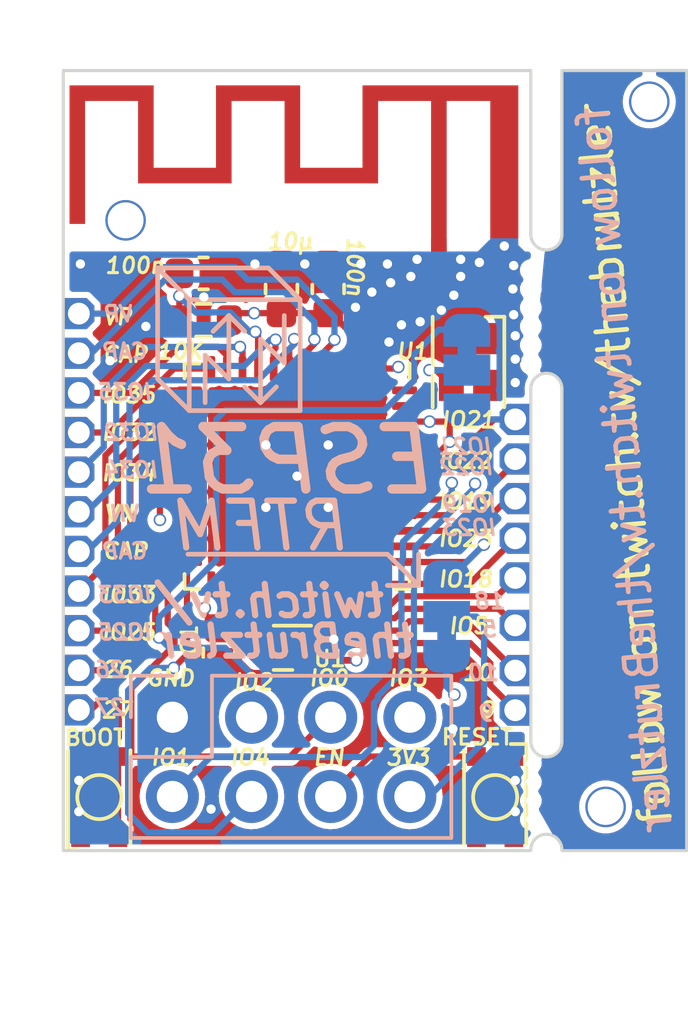
<source format=kicad_pcb>
(kicad_pcb (version 20211014) (generator pcbnew)
  (layers (0 "F.Cu" signal) (1 "In1.Cu" signal) (2 "In2.Cu" signal) (31 "B.Cu" signal) (34 "B.Paste" user) (35 "F.Paste" user) (36 "B.SilkS" user "B.Silkscreen") (37 "F.SilkS" user "F.Silkscreen") (38 "B.Mask" user) (39 "F.Mask" user) (44 "Edge.Cuts" user))
  (net 0 "")
  (net 1 "GND")
  (net 2 "Net-(AE1-Pad1)")
  (net 3 "/EN")
  (net 4 "+3V3")
  (net 5 "/IO1")
  (net 6 "/IO2")
  (net 7 "/IO4")
  (net 8 "/IO0")
  (net 9 "/IO3")
  (net 10 "Net-(C1-Pad2)")
  (net 17 "/SENS_VN")
  (net 18 "/SENS_VP")
  (net 19 "/CAPP")
  (net 20 "/CAPN")
  (net 21 "/IO5")
  (net 22 "/IO9")
  (net 23 "/IO10")
  (net 24 "/IO18")
  (net 25 "/IO19")
  (net 26 "/IO21")
  (net 27 "/IO22")
  (net 28 "/IO23")
  (net 29 "/IO25")
  (net 30 "/IO26")
  (net 31 "/IO27")
  (net 32 "/IO32")
  (net 33 "/IO33")
  (net 34 "/IO34")
  (net 35 "/IO35")
  (net 46 "VIN")
  (net 47 "unconnected-(U1-Pad5)")
  (net 48 "Net-(D1-Pad3)")
  (footprint "Eigene:CON_1x01" (layer "F.Cu") (at 118.5 106.68 180)
    (fp_text reference "J8" hide)
    (fp_text value "Conn_01x01" hide)
  )
  (footprint "Eigene:CON_1x01" (layer "F.Cu") (at 118.5 107.78 180)
    (fp_text reference "J5" hide)
    (fp_text value "Conn_01x01" hide)
  )
  (footprint "Eigene:CON_1x01" (layer "F.Cu") (at 118.5 101.18 180)
    (fp_text reference "J10" hide)
    (fp_text value "Conn_01x01" hide)
  )
  (footprint "Eigene:CON_1x01" (layer "F.Cu") (at 118.5 109.23 180)
    (fp_text reference "J7" hide)
    (fp_text value "Conn_01x01" hide)
  )
  (footprint "Eigene:CON_1x01" (layer "F.Cu") (at 104.5 102.87)
    (fp_text reference "J18" hide)
    (fp_text value "Conn_01x01" hide)
  )
  (footprint "Eigene:CON_1x01" (layer "F.Cu") (at 118.5 103.72 180)
    (fp_text reference "J9" hide)
    (fp_text value "Conn_01x01" hide)
  )
  (footprint "TheBrutzlers_Lib:DFN-6-1EP_1.2x1.2mm_P0.4mm_EP0.3x0.94mm_PullBack" (layer "F.Cu") (at 111.35 108.5 180)
    (fp_text reference "U1")
    (fp_text value "MIC5528")
  )
  (footprint "Capacitor_SMD:C_0603_1608Metric" (layer "F.Cu") (at 108.5 96.5)
    (fp_text reference "C2" hide)
    (fp_text value "100n" hide)
  )
  (footprint "Eigene:CON_1x01" (layer "F.Cu") (at 118.5 110.5 180)
    (fp_text reference "J6" hide)
    (fp_text value "Conn_01x01" hide)
  )
  (footprint "Eigene:CON_1x01" (layer "F.Cu") (at 118.5 104.99 180)
    (fp_text reference "J12" hide)
    (fp_text value "Conn_01x01" hide)
  )
  (footprint "Eigene:CON_1x01" (layer "F.Cu") (at 104.5 100.33)
    (fp_text reference "J19" hide)
    (fp_text value "Conn_01x01" hide)
  )
  (footprint "TheBrutzlers_Lib:jlc_tooling" (layer "F.Cu") (at 106 94.8)
    (fp_text reference "REF**" hide)
    (fp_text value "jlc_tooling")
  )
  (footprint "TheBrutzlers_Lib:mousebite" (layer "F.Cu") (at 119 99.4)
    (fp_text reference "REF**" hide)
    (fp_text value "mousebite" hide)
  )
  (footprint "" (layer "F.Cu") (at 119 112.2)
    (fp_text reference "")
    (fp_text value "")
  )
  (footprint "Eigene:CON_1x01" (layer "F.Cu") (at 104.5 107.95)
    (fp_text reference "J13" hide)
    (fp_text value "Conn_01x01" hide)
  )
  (footprint "Capacitor_SMD:C_0603_1608Metric" (layer "F.Cu") (at 111 97 -90)
    (fp_text reference "C3" hide)
    (fp_text value "10µ" hide)
  )
  (footprint "Capacitor_SMD:C_0603_1608Metric" (layer "F.Cu") (at 109 108.65 90)
    (fp_text reference "C1")
    (fp_text value "100n")
  )
  (footprint "" (layer "F.Cu") (at 122.8 91)
    (fp_text reference "")
    (fp_text value "")
  )
  (footprint "Capacitor_SMD:C_0603_1608Metric" (layer "F.Cu") (at 112.5 97 -90)
    (fp_text reference "C4" hide)
    (fp_text value "100n" hide)
  )
  (footprint "" (layer "F.Cu") (at 119 98.8)
    (fp_text reference "")
    (fp_text value "")
  )
  (footprint "Eigene:CON_1x01" (layer "F.Cu") (at 104.5 110.49)
    (fp_text reference "J15" hide)
    (fp_text value "Conn_01x01" hide)
  )
  (footprint "Eigene:CON_1x01" (layer "F.Cu") (at 104.5 106.68)
    (fp_text reference "J17" hide)
    (fp_text value "Conn_01x01" hide)
  )
  (footprint "Eigene:CON_1x01" (layer "F.Cu") (at 104.5 109.22)
    (fp_text reference "J14" hide)
    (fp_text value "Conn_01x01" hide)
  )
  (footprint "Eigene:CON_1x01" (layer "F.Cu") (at 118.5 106.26 180)
    (fp_text reference "J8" hide)
    (fp_text value "Conn_01x01" hide)
  )
  (footprint "" (layer "F.Cu") (at 119 96.4)
    (fp_text reference "")
    (fp_text value "")
  )
  (footprint "Package_DFN_QFN:QFN-48-1EP_7x7mm_P0.5mm_EP5.3x5.3mm" (layer "F.Cu") (at 111.5 103 -90)
    (fp_text reference "U2" hide)
    (fp_text value "ESP32-PICO-D4" hide)
  )
  (footprint "RF_Antenna:Texas_SWRA117D_2.4GHz_Left" (layer "F.Cu") (at 116.05 95.625)
    (fp_text reference "AE1" hide)
    (fp_text value "Antenna_Shield" hide)
  )
  (footprint "Eigene:CON_1x01" (layer "F.Cu") (at 104.5 105.41)
    (fp_text reference "J3" hide)
    (fp_text value "Conn_01x01" hide)
  )
  (footprint "Eigene:CON_1x01" (layer "F.Cu") (at 104.5 104.14)
    (fp_text reference "J4" hide)
    (fp_text value "Conn_01x01" hide)
  )
  (footprint "Eigene:CON_1x01" (layer "F.Cu") (at 118.5 102.45 180)
    (fp_text reference "J11" hide)
    (fp_text value "Conn_01x01" hide)
  )
  (footprint "Resistor_SMD:R_0603_1608Metric" (layer "F.Cu") (at 108.5 98 180)
    (fp_text reference "R1" hide)
    (fp_text value "10K" hide)
  )
  (footprint "" (layer "F.Cu") (at 121.4 113.6)
    (fp_text reference "")
    (fp_text value "")
  )
  (footprint "TheBrutzlers_Lib:microswitch" (layer "F.Cu") (at 117.856 113.284 -90)
    (fp_text reference "SW1" hide)
    (fp_text value "SW_Push")
  )
  (footprint "" (layer "F.Cu") (at 119 113.4)
    (fp_text reference "")
    (fp_text value "")
  )
  (footprint "TheBrutzlers_Lib:microswitch" (layer "F.Cu") (at 105.156 113.284 90)
    (fp_text reference "SW2" hide)
    (fp_text value "SW_Push")
  )
  (footprint "" (layer "F.Cu") (at 119 98.2)
    (fp_text reference "")
    (fp_text value "")
  )
  (footprint "Eigene:CON_1x01" (layer "F.Cu") (at 118.5 105.41 180)
    (fp_text reference "J9" hide)
    (fp_text value "Conn_01x01" hide)
  )
  (footprint "Eigene:CON_1x01" (layer "F.Cu") (at 104.5 97.79)
    (fp_text reference "J1" hide)
    (fp_text value "Conn_01x01" hide)
  )
  (footprint "" (layer "F.Cu") (at 119 97)
    (fp_text reference "")
    (fp_text value "")
  )
  (footprint "Eigene:CON_1x01" (layer "F.Cu") (at 104.5 101.6)
    (fp_text reference "J16" hide)
    (fp_text value "Conn_01x01" hide)
  )
  (footprint "" (layer "F.Cu") (at 119 98.6)
    (fp_text reference "")
    (fp_text value "")
  )
  (footprint "" (layer "F.Cu") (at 119 97.6)
    (fp_text reference "")
    (fp_text value "")
  )
  (footprint "LED_SMD:LED_Cree-PLCC4_2x2mm_CW" (layer "F.Cu") (at 117 99.34 -90)
    (fp_text reference "D1" hide)
    (fp_text value "WS2812B_Geaendertes_Symbol")
  )
  (footprint "Eigene:CON_1x01" (layer "F.Cu") (at 104.5 99.06)
    (fp_text reference "J2" hide)
    (fp_text value "Conn_01x01" hide)
  )
  (footprint "" (layer "F.Cu") (at 119 112.8)
    (fp_text reference "")
    (fp_text value "")
  )
  (footprint "" (layer "F.Cu") (at 119 114)
    (fp_text reference "")
    (fp_text value "")
  )
  (footprint "Jumper:SolderJumper-3_P1.3mm_Bridged12_RoundedPad1.0x1.5mm" (layer "B.Cu") (at 116.95 99.6 -90)
    (fp_text reference "JP2" hide)
    (fp_text value "SolderJumper_3_Bridged12")
  )
  (footprint "Eigene:Symbol_kurzschlussblog" (layer "B.Cu") (at 111.5985 100.8985 180)
    (fp_text reference "SM3" hide)
    (fp_text value "SYM_Arrow45_Tiny" hide)
  )
  (footprint "Connector_PinHeader_2.54mm:PinHeader_2x04_P2.54mm_Vertical" (layer "B.Cu") (at 107.5 110.725 -90)
    (fp_text reference "J20" hide)
    (fp_text value "Conn_02x04_Odd_Even")
  )
  (footprint "Jumper:SolderJumper-3_P1.3mm_Bridged12_RoundedPad1.0x1.5mm" (layer "B.Cu") (at 116.3 107.5 90)
    (fp_text reference "JP1" hide)
    (fp_text value "SolderJumper_3_Bridged12")
  )
  (gr_line (start 115.4 106.5) (end 115.4 105.5) (layer "B.SilkS") (width 0.15))
  (gr_line (start 115.4 106.5) (end 114.4 106.5) (layer "B.SilkS") (width 0.15))
  (gr_line (start 114.4 106.5) (end 115.4 106.5) (layer "B.SilkS") (width 0.15))
  (gr_line (start 114.4 105.5) (end 108 105.5) (layer "B.SilkS") (width 0.15))
  (gr_line (start 115.4 106.5) (end 114.4 105.5) (layer "B.SilkS") (width 0.15))
  (gr_line (start 119 115) (end 104 115) (layer "Edge.Cuts") (width 0.1))
  (gr_line (start 120 90) (end 120 95.25) (layer "Edge.Cuts") (width 0.1))
  (gr_line (start 120 115) (end 120 114.975) (layer "Edge.Cuts") (width 0.1))
  (gr_line (start 119 95.25) (end 119 90) (layer "Edge.Cuts") (width 0.1))
  (gr_arc (start 119 114.975) (mid 119.5 114.475) (end 120 114.975) (layer "Edge.Cuts") (width 0.1))
  (gr_arc (start 120 111.5) (mid 119.5 112) (end 119 111.5) (layer "Edge.Cuts") (width 0.1))
  (gr_line (start 120 100.2) (end 120 111.5) (layer "Edge.Cuts") (width 0.1))
  (gr_arc (start 119 100.2) (mid 119.5 99.7) (end 120 100.2) (layer "Edge.Cuts") (width 0.1))
  (gr_line (start 104 90) (end 119 90) (layer "Edge.Cuts") (width 0.1))
  (gr_line (start 104 115) (end 104 90) (layer "Edge.Cuts") (width 0.1))
  (gr_arc (start 120 95.25) (mid 119.5 95.75) (end 119 95.25) (layer "Edge.Cuts") (width 0.1))
  (gr_line (start 124 90) (end 124 115) (layer "Edge.Cuts") (width 0.1))
  (gr_line (start 120 90) (end 124 90) (layer "Edge.Cuts") (width 0.1))
  (gr_line (start 124 115) (end 120 115) (layer "Edge.Cuts") (width 0.1))
  (gr_line (start 119 114.975) (end 119 115) (layer "Edge.Cuts") (width 0.1))
  (gr_line (start 119 111.5) (end 119 100.2) (layer "Edge.Cuts") (width 0.1))
  (gr_text "CAP\n" (at 106 99) (layer "B.SilkS") (effects (font (size 0.5 0.5) (thickness 0.1) italic) (justify mirror)))
  (gr_text "IO25" (at 106 108) (layer "B.SilkS") (effects (font (size 0.5 0.5) (thickness 0.1) italic) (justify mirror)))
  (gr_text "9\n" (at 117.6 110.6) (layer "B.SilkS") (effects (font (size 0.5 0.5) (thickness 0.1) italic) (justify mirror)))
  (gr_text "CAP" (at 106 105.4) (layer "B.SilkS") (effects (font (size 0.5 0.5) (thickness 0.1) italic) (justify mirror)))
  (gr_text "IO35" (at 106 100.3) (layer "B.SilkS") (effects (font (size 0.5 0.5) (thickness 0.1) italic) (justify mirror)))
  (gr_text "ESP31" (at 111.2 102.5) (layer "B.SilkS") (effects (font (size 2 2) (thickness 0.3) italic) (justify mirror)))
  (gr_text "theBrutzler" (at 111.2 108.3) (layer "B.SilkS") (effects (font (size 1 1) (thickness 0.2) italic) (justify mirror)))
  (gr_text "18" (at 117.7 107) (layer "B.SilkS") (effects (font (size 0.5 0.5) (thickness 0.1) italic) (justify mirror)))
  (gr_text "IO32" (at 106.2 101.6) (layer "B.SilkS") (effects (font (size 0.5 0.5) (thickness 0.1) italic) (justify mirror)))
  (gr_text "IO34" (at 106.2 102.8) (layer "B.SilkS") (effects (font (size 0.5 0.5) (thickness 0.1) italic) (justify mirror)))
  (gr_text "10" (at 117.5 109.3) (layer "B.SilkS") (effects (font (size 0.5 0.5) (thickness 0.1) italic) (justify mirror)))
  (gr_text "VP\n" (at 105.8 97.8) (layer "B.SilkS") (effects (font (size 0.5 0.5) (thickness 0.1) italic) (justify mirror)))
  (gr_text "RTFM" (at 110.4 104.6) (layer "B.SilkS") (effects (font (size 1.5 1.5) (thickness 0.2) italic) (justify mirror)))
  (gr_text "twitch.tv/" (at 110.7 107) (layer "B.SilkS") (effects (font (size 1 1) (thickness 0.2) italic) (justify mirror)))
  (gr_text "26" (at 105.52 109.2) (layer "B.SilkS") (effects (font (size 0.5 0.5) (thickness 0.1) italic) (justify mirror)))
  (gr_text "27" (at 105.53 110.41) (layer "B.SilkS") (effects (font (size 0.5 0.5) (thickness 0.1) italic) (justify mirror)))
  (gr_text "5\n" (at 117.7 107.9) (layer "B.SilkS") (effects (font (size 0.5 0.5) (thickness 0.1) italic) (justify mirror)))
  (gr_text "IO21" (at 116.9 102.05) (layer "B.SilkS") (effects (font (size 0.5 0.5) (thickness 0.1) italic) (justify mirror)))
  (gr_text "IO19" (at 117.05 103.9) (layer "B.SilkS") (effects (font (size 0.5 0.5) (thickness 0.1) italic) (justify mirror)))
  (gr_text "follow on twitch.tv/theBrutzler" (at 122 102.8 95) (layer "B.SilkS") (effects (font (size 1 1)) (justify mirror)))
  (gr_text "IO23" (at 117.05 104.65) (layer "B.SilkS") (effects (font (size 0.5 0.5) (thickness 0.1) italic) (justify mirror)))
  (gr_text "IO22" (at 116.95 102.7) (layer "B.SilkS") (effects (font (size 0.5 0.5) (thickness 0.1) italic) (justify mirror)))
  (gr_text "VN" (at 106 104.2) (layer "B.SilkS") (effects (font (size 0.5 0.5) (thickness 0.1) italic) (justify mirror)))
  (gr_text "IO33" (at 106 106.8) (layer "B.SilkS") (effects (font (size 0.5 0.5) (thickness 0.1) italic) (justify mirror)))
  (gr_text "26" (at 105.75 109.2) (layer "F.SilkS") (effects (font (size 0.5 0.5) (thickness 0.1) italic)))
  (gr_text "RESET" (at 117.28 111.36) (layer "F.SilkS") (effects (font (size 0.5 0.5) (thickness 0.1))))
  (gr_text "IO32" (at 106.1 101.6) (layer "F.SilkS") (effects (font (size 0.5 0.5) (thickness 0.1) italic)))
  (gr_text "IO19" (at 116.9 103.8) (layer "F.SilkS") (effects (font (size 0.5 0.5) (thickness 0.1) italic)))
  (gr_text "GND" (at 107.442 109.474) (layer "F.SilkS") (effects (font (size 0.5 0.5) (thickness 0.1) italic)))
  (gr_text "27" (at 105.725 110.5) (layer "F.SilkS") (effects (font (size 0.5 0.5) (thickness 0.1) italic)))
  (gr_text "CAP" (at 106 105.4) (layer "F.SilkS") (effects (font (size 0.5 0.5) (thickness 0.1) italic)))
  (gr_text "IO22" (at 116.9 102.5) (layer "F.SilkS") (effects (font (size 0.5 0.5) (thickness 0.1) italic)))
  (gr_text "10K" (at 107.75 99) (layer "F.SilkS") (effects (font (size 0.5 0.5) (thickness 0.1) italic)))
  (gr_text "VN" (at 105.8 104.2) (layer "F.SilkS") (effects (font (size 0.5 0.5) (thickness 0.1) italic)))
  (gr_text "CAP\n" (at 106 99.1) (layer "F.SilkS") (effects (font (size 0.5 0.5) (thickness 0.1) italic)))
  (gr_text "IO34" (at 106.1 102.9) (layer "F.SilkS") (effects (font (size 0.5 0.5) (thickness 0.1) italic)))
  (gr_text "IO35" (at 106.1 100.4) (layer "F.SilkS") (effects (font (size 0.5 0.5) (thickness 0.1) italic)))
  (gr_text "U1" (at 115.2 99) (layer "F.SilkS") (effects (font (size 0.5 0.5) (thickness 0.1) italic)))
  (gr_text "3V3" (at 115.062 112.014) (layer "F.SilkS") (effects (font (size 0.5 0.5) (thickness 0.1) italic)))
  (gr_text "IO0" (at 112.522 109.474) (layer "F.SilkS") (effects (font (size 0.5 0.5) (thickness 0.1) italic)))
  (gr_text "IO4\n" (at 109.982 112.014) (layer "F.SilkS") (effects (font (size 0.5 0.5) (thickness 0.1) italic)))
  (gr_text "9" (at 117.6 110.5) (layer "F.SilkS") (effects (font (size 0.5 0.5) (thickness 0.1) italic)))
  (gr_text "IO33" (at 106.1 106.8) (layer "F.SilkS") (effects (font (size 0.5 0.5) (thickness 0.1) italic)))
  (gr_text "IO21" (at 117 101.2) (layer "F.SilkS") (effects (font (size 0.5 0.5) (thickness 0.1) italic)))
  (gr_text "IO25" (at 106.1 108) (layer "F.SilkS") (effects (font (size 0.5 0.5) (thickness 0.1) italic)))
  (gr_text "EN" (at 112.522 112.014) (layer "F.SilkS") (effects (font (size 0.5 0.5) (thickness 0.1) italic)))
  (gr_text "100n" (at 106.3 96.25) (layer "F.SilkS") (effects (font (size 0.5 0.5) (thickness 0.1) italic)))
  (gr_text "follow on twitch.tv/thebrutzler" (at 122 102.6 95) (layer "F.SilkS") (effects (font (size 1 1))))
  (gr_text "IO3" (at 115.062 109.474) (layer "F.SilkS") (effects (font (size 0.5 0.5) (thickness 0.1) italic)))
  (gr_text "BOOT" (at 105.025 111.375) (layer "F.SilkS") (effects (font (size 0.5 0.5) (thickness 0.1))))
  (gr_text "IO5" (at 117 107.8) (layer "F.SilkS") (effects (font (size 0.5 0.5) (thickness 0.1) italic)))
  (gr_text "IO18" (at 116.9 106.3) (layer "F.SilkS") (effects (font (size 0.5 0.5) (thickness 0.1) italic)))
  (gr_text "IO23" (at 116.9 105) (layer "F.SilkS") (effects (font (size 0.5 0.5) (thickness 0.1) italic)))
  (gr_text "IO1" (at 107.442 112.014) (layer "F.SilkS") (effects (font (size 0.5 0.5) (thickness 0.1) italic)))
  (gr_text "10µ" (at 111.3 95.47) (layer "F.SilkS") (effects (font (size 0.5 0.5) (thickness 0.1) italic)))
  (gr_text "VP\n" (at 105.75 97.9) (layer "F.SilkS") (effects (font (size 0.5 0.5) (thickness 0.1) italic)))
  (gr_text "10" (at 117.3 109.3) (layer "F.SilkS") (effects (font (size 0.5 0.5) (thickness 0.1) italic)))
  (gr_text "100n" (at 113.36 96.3 270) (layer "F.SilkS") (effects (font (size 0.5 0.5) (thickness 0.1) italic)))
  (gr_text "IO2" (at 110.1 109.6) (layer "F.SilkS") (effects (font (size 0.5 0.5) (thickness 0.1) italic)))
  (segment (start 118.7 95.9) (end 118.425 95.625) (width 0.25) (layer "F.Cu") (net 1))
  (segment (start 118.425 95.625) (end 118.15 95.625) (width 0.25) (layer "F.Cu") (net 1))
  (segment (start 118.15 95.625) (end 118.3472 95.4278) (width 0.25) (layer "F.Cu") (net 1))
  (segment (start 118.15 95.625) (end 117.975 95.625) (width 0.25) (layer "F.Cu") (net 1))
  (segment (start 118.7 96) (end 118.7 95.9) (width 0.25) (layer "F.Cu") (net 1))
  (segment (start 117.5 95.9) (end 117.6 96) (width 0.25) (layer "F.Cu") (net 1))
  (segment (start 112.556401 108.1) (end 112.681885 108.225484) (width 0.2) (layer "F.Cu") (net 1))
  (segment (start 111.825 108.1) (end 112.556401 108.1) (width 0.2) (layer "F.Cu") (net 1))
  (segment (start 118.15 95.625) (end 118.15 95.65) (width 0.25) (layer "F.Cu") (net 1))
  (segment (start 116.55 98.59) (end 116.55 98.37) (width 0.2) (layer "F.Cu") (net 1))
  (segment (start 117.6 96) (end 118.7 96) (width 0.25) (layer "F.Cu") (net 1))
  (segment (start 117.5 95.8) (end 117.5 95.9) (width 0.25) (layer "F.Cu") (net 1))
  (segment (start 118.15 95.625) (end 118.375 95.625) (width 0.25) (layer "F.Cu") (net 1))
  (segment (start 118.15 95.625) (end 117.675 95.625) (width 0.25) (layer "F.Cu") (net 1))
  (segment (start 117.5 95.8) (end 117.975 95.8) (width 0.25) (layer "F.Cu") (net 1))
  (segment (start 116.55 98.59) (end 116.55 98.44) (width 0.2) (layer "F.Cu") (net 1))
  (segment (start 117.975 95.8) (end 118.15 95.625) (width 0.25) (layer "F.Cu") (net 1))
  (segment (start 117.675 95.625) (end 117.5 95.8) (width 0.25) (layer "F.Cu") (net 1))
  (via (at 117.35 96.15) (size 0.4) (drill 0.3) (layers "F.Cu" "B.Cu") (net 1))
  (via (at 116.13 97.68) (size 0.4) (drill 0.3) (layers "F.Cu" "B.Cu") (net 1))
  (via (at 105.5 99.3) (size 0.4) (drill 0.3) (layers "F.Cu" "B.Cu") (net 1))
  (via (at 113.9 97.1) (size 0.4) (drill 0.3) (layers "F.Cu" "B.Cu") (net 1))
  (via (at 104.55 96.2) (size 0.4) (drill 0.3) (layers "F.Cu" "B.Cu") (net 1))
  (via (at 112.681885 108.225484) (size 0.4) (drill 0.3) (layers "F.Cu" "B.Cu") (net 1))
  (via (at 113.55 96.2) (size 0.4) (drill 0.3) (layers "F.Cu" "B.Cu") (net 1))
  (via (at 114.85 98.15) (size 0.4) (drill 0.3) (layers "F.Cu" "B.Cu") (net 1))
  (via (at 118.5 98.5) (size 0.4) (drill 0.3) (layers "F.Cu" "B.Cu") (net 1))
  (via (at 116.53 97.2) (size 0.4) (drill 0.3) (layers "F.Cu" "B.Cu") (net 1))
  (via (at 116.75 96.05) (size 0.4) (drill 0.3) (layers "F.Cu" "B.Cu") (net 1))
  (via (at 111.5 103) (size 0.4) (drill 0.3) (layers "F.Cu" "B.Cu") (net 1))
  (via (at 106.65 98.2) (size 0.4) (drill 0.3) (layers "F.Cu" "B.Cu") (net 1))
  (via (at 108.5088 97.2566) (size 0.4) (drill 0.3) (layers "F.Cu" "B.Cu") (net 1))
  (via (at 116.5 111.1) (size 0.4) (drill 0.3) (layers "F.Cu" "B.Cu") (net 1))
  (via (at 104.5 113.75) (size 0.4) (drill 0.3) (layers "F.Cu" "B.Cu") (net 1))
  (via (at 110.5 102) (size 0.4) (drill 0.3) (layers "F.Cu" "B.Cu") (net 1))
  (via (at 108.74 113.67) (size 0.4) (drill 0.3) (layers "F.Cu" "B.Cu") (net 1))
  (via (at 118.45 97.825) (size 0.4) (drill 0.3) (layers "F.Cu" "B.Cu") (net 1))
  (via (at 118.5 100) (size 0.4) (drill 0.3) (layers "F.Cu" "B.Cu") (net 1))
  (via (at 115.35 96.05) (size 0.4) (drill 0.3) (layers "F.Cu" "B.Cu") (net 1))
  (via (at 116.75 96.6) (size 0.4) (drill 0.3) (layers "F.Cu" "B.Cu") (net 1))
  (via (at 115.15 96.6) (size 0.4) (drill 0.3) (layers "F.Cu" "B.Cu") (net 1))
  (via (at 112.5 102) (size 0.4) (drill 0.3) (layers "F.Cu" "B.Cu") (net 1))
  (via (at 112.5 104) (size 0.4) (drill 0.3) (layers "F.Cu" "B.Cu") (net 1))
  (via (at 118.45 96.25) (size 0.4) (drill 0.3) (layers "F.Cu" "B.Cu") (net 1))
  (via (at 111.75 96.2) (size 0.4) (drill 0.3) (layers "F.Cu" "B.Cu") (net 1))
  (via (at 118.5 99.25) (size 0.4) (drill 0.3) (layers "F.Cu" "B.Cu") (net 1))
  (via (at 114.5032 96.8) (size 0.4) (drill 0.3) (layers "F.Cu" "B.Cu") (net 1))
  (via (at 114.4 96.2) (size 0.4) (drill 0.3) (layers "F.Cu" "B.Cu") (net 1))
  (via (at 113.3745 97.587566) (size 0.4) (drill 0.3) (layers "F.Cu" "B.Cu") (net 1))
  (via (at 110.15 96.2) (size 0.4) (drill 0.3) (layers "F.Cu" "B.Cu") (net 1))
  (via (at 118.5 112.75) (size 0.4) (drill 0.3) (layers "F.Cu" "B.Cu") (net 1))
  (via (at 104.5 112.75) (size 0.4) (drill 0.3) (layers "F.Cu" "B.Cu") (net 1))
  (via (at 118.425 97) (size 0.4) (drill 0.3) (layers "F.Cu" "B.Cu") (net 1))
  (via (at 110.5 104) (size 0.4) (drill 0.3) (layers "F.Cu" "B.Cu") (net 1))
  (via (at 118.5 113.75) (size 0.4) (drill 0.3) (layers "F.Cu" "B.Cu") (net 1))
  (via (at 115.45 98.05) (size 0.4) (drill 0.3) (layers "F.Cu" "B.Cu") (net 1))
  (via (at 114.45 98.7) (size 0.4) (drill 0.3) (layers "F.Cu" "B.Cu") (net 1))
  (segment (start 114.9858 97.409) (end 115.011948 97.409) (width 0.25) (layer "F.Cu") (net 2))
  (segment (start 116.05 96.374625) (end 116.05 95.625) (width 0.5) (layer "F.Cu") (net 2))
  (segment (start 113.75 98.627249) (end 113.75 98.918822) (width 0.5) (layer "F.Cu") (net 2))
  (segment (start 114.0968 97.79) (end 114.118589 97.768211) (width 0.25) (layer "F.Cu") (net 2))
  (segment (start 113.75 99.55) (end 113.75 98.918822) (width 0.35) (layer "F.Cu") (net 2))
  (arc (start 115.011948 97.409) (mid 115.410188 97.329786) (end 115.7478 97.1042) (width 0.5) (layer "F.Cu") (net 2))
  (arc (start 115.7478 97.1042) (mid 115.971461 96.769469) (end 116.05 96.374625) (width 0.5) (layer "F.Cu") (net 2))
  (arc (start 114.118589 97.768211) (mid 114.516468 97.502356) (end 114.9858 97.409) (width 0.5) (layer "F.Cu") (net 2))
  (arc (start 113.75 98.627249) (mid 113.840125 98.174133) (end 114.0968 97.79) (width 0.5) (layer "F.Cu") (net 2))
  (segment (start 110.25 98.461196) (end 110.162095 98.373291) (width 0.2) (layer "F.Cu") (net 3))
  (segment (start 113.821 111.984) (end 112.54 113.265) (width 0.2) (layer "F.Cu") (net 3))
  (segment (start 110.25 99.55) (end 110.25 98.461196) (width 0.2) (layer "F.Cu") (net 3))
  (segment (start 107.725 96.5) (end 107.725 97.95) (width 0.2) (layer "F.Cu") (net 3))
  (segment (start 117.256 111.984) (end 113.821 111.984) (width 0.2) (layer "F.Cu") (net 3))
  (segment (start 117.256 114.584) (end 117.256 111.984) (width 0.2) (layer "F.Cu") (net 3))
  (segment (start 110.25 99.55) (end 110.25 98.665365) (width 0.2) (layer "F.Cu") (net 3))
  (segment (start 107.725 97.95) (end 107.675 98) (width 0.2) (layer "F.Cu") (net 3))
  (via (at 107.725 97.2276) (size 0.4) (drill 0.3) (layers "F.Cu" "B.Cu") (net 3))
  (via (at 110.162095 98.373291) (size 0.4) (drill 0.3) (layers "F.Cu" "B.Cu") (net 3))
  (segment (start 109.983014 98.373291) (end 109.359723 97.75) (width 0.2) (layer "B.Cu") (net 3))
  (segment (start 108.253511 97.756111) (end 107.725 97.2276) (width 0.2) (layer "B.Cu") (net 3))
  (segment (start 110.162095 98.373291) (end 109.983014 98.373291) (width 0.2) (layer "B.Cu") (net 3))
  (segment (start 108.748566 97.756111) (end 108.253511 97.756111) (width 0.2) (layer "B.Cu") (net 3))
  (segment (start 108.754677 97.75) (end 108.748566 97.756111) (width 0.2) (layer "B.Cu") (net 3))
  (segment (start 109.359723 97.75) (end 108.754677 97.75) (width 0.2) (layer "B.Cu") (net 3))
  (segment (start 116.3968 101.3032) (end 116.45 101.25) (width 0.2) (layer "F.Cu") (net 4))
  (segment (start 113.200011 98.385234) (end 112.589777 97.775) (width 0.2) (layer "F.Cu") (net 4))
  (segment (start 114.25 99.55) (end 114.7 99.55) (width 0.2) (layer "F.Cu") (net 4))
  (segment (start 114.95 102.75) (end 115.5436 102.75) (width 0.2) (layer "F.Cu") (net 4))
  (segment (start 112.75 99.55) (end 113.25 99.55) (width 0.2) (layer "F.Cu") (net 4))
  (segment (start 108.05 103.25) (end 107.630954 103.25) (width 0.2) (layer "F.Cu") (net 4))
  (segment (start 117.299511 100.829609) (end 116.87912 101.25) (width 0.2) (layer "F.Cu") (net 4))
  (segment (start 114.95 105.75) (end 116.941402 105.75) (width 0.2) (layer "F.Cu") (net 4))
  (segment (start 116.941402 105.75) (end 117.495701 105.195701) (width 0.2) (layer "F.Cu") (net 4))
  (segment (start 117.7 100.09) (end 117.299511 100.490489) (width 0.2) (layer "F.Cu") (net 4))
  (segment (start 114.7 99.55) (end 114.75 99.5) (width 0.2) (layer "F.Cu") (net 4))
  (segment (start 111.825 108.5) (end 112.25 108.5) (width 0.22) (layer "F.Cu") (net 4))
  (segment (start 115.5436 102.75) (end 116.3968 101.8968) (width 0.2) (layer "F.Cu") (net 4))
  (segment (start 112.5 97.775) (end 111 97.775) (width 0.2) (layer "F.Cu") (net 4))
  (segment (start 112.45 108.7) (end 112.45 108.9) (width 0.22) (layer "F.Cu") (net 4))
  (segment (start 113.200011 99.500011) (end 113.200011 98.385234) (width 0.2) (layer "F.Cu") (net 4))
  (segment (start 113.25 99.55) (end 113.200011 99.500011) (width 0.2) (layer "F.Cu") (net 4))
  (segment (start 112.25 108.5) (end 112.45 108.7) (width 0.22) (layer "F.Cu") (net 4))
  (segment (start 114.95 101.25) (end 115.75 101.25) (width 0.2) (layer "F.Cu") (net 4))
  (segment (start 107.630954 103.25) (end 107.1 103.780954) (width 0.2) (layer "F.Cu") (net 4))
  (segment (start 111.825 108.9) (end 113.4 108.9) (width 0.22) (layer "F.Cu") (net 4))
  (segment (start 116.45 101.25) (end 115.75 101.25) (width 0.2) (layer "F.Cu") (net 4))
  (segment (start 107.1 103.780954) (end 107.1 104.4) (width 0.2) (layer "F.Cu") (net 4))
  (segment (start 110.124 97.775) (end 109.55 97.775) (width 0.2) (layer "F.Cu") (net 4))
  (segment (start 112.589777 97.775) (end 112.5 97.775) (width 0.2) (layer "F.Cu") (net 4))
  (segment (start 116.3968 101.8968) (end 116.3968 101.3032) (width 0.2) (layer "F.Cu") (net 4))
  (segment (start 109.55 97.775) (end 109.325 98) (width 0.2) (layer "F.Cu") (net 4))
  (segment (start 117.299511 100.490489) (end 117.299511 100.829609) (width 0.2) (layer "F.Cu") (net 4))
  (segment (start 116.87912 101.25) (end 116.45 101.25) (width 0.2) (layer "F.Cu") (net 4))
  (segment (start 113.35 108.95) (end 113.4 108.9) (width 0.2) (layer "F.Cu") (net 4))
  (segment (start 111 97.775) (end 110.124 97.775) (width 0.2) (layer "F.Cu") (net 4))
  (via (at 113.4 108.9) (size 0.4) (drill 0.3) (layers "F.Cu" "B.Cu") (net 4))
  (via (at 110.124 97.775) (size 0.4) (drill 0.3) (layers "F.Cu" "B.Cu") (net 4))
  (via (at 114.75 99.5) (size 0.4) (drill 0.3) (layers "F.Cu" "B.Cu") (net 4))
  (via (at 116.3968 101.8968) (size 0.4) (drill 0.3) (layers "F.Cu" "B.Cu") (net 4))
  (via (at 115.75 101.25) (size 0.4) (drill 0.3) (layers "F.Cu" "B.Cu") (net 4))
  (via (at 107.1 104.4) (size 0.4) (drill 0.3) (layers "F.Cu" "B.Cu") (net 4))
  (via (at 117.495701 105.195701) (size 0.4) (drill 0.3) (layers "F.Cu" "B.Cu") (net 4))
  (segment (start 116.491402 106.2) (end 117.495701 105.195701) (width 0.2) (layer "B.Cu") (net 4))
  (segment (start 116.3 106.2) (end 116.491402 106.2) (width 0.2) (layer "B.Cu") (net 4))
  (segment (start 116.252491 103.75) (end 114.95 103.75) (width 0.2) (layer "F.Cu") (net 5))
  (segment (start 116.464297 103.538194) (end 116.252491 103.75) (width 0.2) (layer "F.Cu") (net 5))
  (segment (start 116.464297 103.214297) (end 116.464297 103.538194) (width 0.2) (layer "F.Cu") (net 5))
  (via (at 116.464297 103.214297) (size 0.4) (drill 0.3) (layers "F.Cu" "B.Cu") (net 5))
  (segment (start 114.849832 105.698512) (end 114.9 105.648344) (width 0.2) (layer "B.Cu") (net 5))
  (segment (start 114.9 105.1) (end 116.464297 103.535703) (width 0.2) (layer "B.Cu") (net 5))
  (segment (start 114.849832 109.293892) (end 114.849832 105.698512) (width 0.2) (layer "B.Cu") (net 5))
  (segment (start 113.970489 111.629511) (end 113.970489 110.268788) (width 0.2) (layer "B.Cu") (net 5))
  (segment (start 114.9 105.648344) (end 114.9 105.1) (width 0.2) (layer "B.Cu") (net 5))
  (segment (start 107.46 113.265) (end 108.725 112) (width 0.2) (layer "B.Cu") (net 5))
  (segment (start 108.725 112) (end 113.6 112) (width 0.2) (layer "B.Cu") (net 5))
  (segment (start 116.464297 103.535703) (end 116.464297 103.214297) (width 0.2) (layer "B.Cu") (net 5))
  (segment (start 113.970489 110.268788) (end 114.099511 110.139766) (width 0.2) (layer "B.Cu") (net 5))
  (segment (start 114.099511 110.139766) (end 114.099511 110.044213) (width 0.2) (layer "B.Cu") (net 5))
  (segment (start 114.099511 110.044213) (end 114.849832 109.293892) (width 0.2) (layer "B.Cu") (net 5))
  (segment (start 113.6 112) (end 113.970489 111.629511) (width 0.2) (layer "B.Cu") (net 5))
  (segment (start 107.565948 104.75) (end 108.05 104.75) (width 0.2) (layer "F.Cu") (net 6))
  (segment (start 106.950961 105.364987) (end 107.565948 104.75) (width 0.2) (layer "F.Cu") (net 6))
  (segment (start 106.950961 108.050961) (end 106.950961 105.364987) (width 0.2) (layer "F.Cu") (net 6))
  (segment (start 107.06974 108.16974) (end 106.950961 108.050961) (width 0.2) (layer "F.Cu") (net 6))
  (via (at 107.06974 108.16974) (size 0.4) (drill 0.3) (layers "F.Cu" "B.Cu") (net 6))
  (segment (start 107.06974 107.53026) (end 108.91 105.69) (width 0.2) (layer "B.Cu") (net 6))
  (segment (start 108.91 105.69) (end 108.91 101.18) (width 0.2) (layer "B.Cu") (net 6))
  (segment (start 109.21 100.88) (end 114.3088 100.88) (width 0.2) (layer "B.Cu") (net 6))
  (segment (start 114.3088 100.88) (end 115.25 99.9388) (width 0.2) (layer "B.Cu") (net 6))
  (segment (start 107.06974 108.16974) (end 107.06974 107.53026) (width 0.2) (layer "B.Cu") (net 6))
  (segment (start 107.06974 108.16974) (end 107.4 108.5) (width 0.2) (layer "B.Cu") (net 6))
  (segment (start 115.25 99.9388) (end 115.25 99.1) (width 0.2) (layer "B.Cu") (net 6))
  (segment (start 108.91 101.18) (end 109.21 100.88) (width 0.2) (layer "B.Cu") (net 6))
  (segment (start 110.04 109.350723) (end 110.04 110.725) (width 0.2) (layer "B.Cu") (net 6))
  (segment (start 109.189277 108.5) (end 110.04 109.350723) (width 0.2) (layer "B.Cu") (net 6))
  (segment (start 107.4 108.5) (end 109.189277 108.5) (width 0.2) (layer "B.Cu") (net 6))
  (segment (start 116.05 98.3) (end 116.95 98.3) (width 0.2) (layer "B.Cu") (net 6))
  (segment (start 115.25 99.1) (end 116.05 98.3) (width 0.2) (layer "B.Cu") (net 6))
  (segment (start 107.968771 105.831229) (end 108.05 105.75) (width 0.2) (layer "F.Cu") (net 7))
  (segment (start 107.968771 108.716386) (end 107.968771 105.831229) (width 0.2) (layer "F.Cu") (net 7))
  (segment (start 107.542579 109.142578) (end 107.968771 108.716386) (width 0.2) (layer "F.Cu") (net 7))
  (via (at 107.542579 109.142578) (size 0.4) (drill 0.3) (layers "F.Cu" "B.Cu") (net 7))
  (segment (start 106.08 113.8) (end 106.694511 114.414511) (width 0.2) (layer "B.Cu") (net 7))
  (segment (start 106.694511 114.414511) (end 108.850489 114.414511) (width 0.2) (layer "B.Cu") (net 7))
  (segment (start 106.08 109.86588) (end 106.08 113.8) (width 0.2) (layer "B.Cu") (net 7))
  (segment (start 107.542579 109.142578) (end 106.803302 109.142578) (width 0.2) (layer "B.Cu") (net 7))
  (segment (start 108.850489 114.414511) (end 110 113.265) (width 0.2) (layer "B.Cu") (net 7))
  (segment (start 106.803302 109.142578) (end 106.08 109.86588) (width 0.2) (layer "B.Cu") (net 7))
  (segment (start 106.184 109.794757) (end 106.184 111.984) (width 0.2) (layer "F.Cu") (net 8))
  (segment (start 112.54 110.725) (end 111.281 111.984) (width 0.2) (layer "F.Cu") (net 8))
  (segment (start 107.569251 108.409506) (end 106.184 109.794757) (width 0.2) (layer "F.Cu") (net 8))
  (segment (start 106.184 111.984) (end 105.756 111.984) (width 0.2) (layer "F.Cu") (net 8))
  (segment (start 107.350481 105.530473) (end 107.350481 107.711204) (width 0.2) (layer "F.Cu") (net 8))
  (segment (start 111.281 111.984) (end 106.184 111.984) (width 0.2) (layer "F.Cu") (net 8))
  (segment (start 105.756 114.584) (end 105.756 111.984) (width 0.2) (layer "F.Cu") (net 8))
  (segment (start 107.630954 105.25) (end 107.350481 105.530473) (width 0.2) (layer "F.Cu") (net 8))
  (segment (start 107.350481 107.711204) (end 107.569251 107.929974) (width 0.2) (layer "F.Cu") (net 8))
  (segment (start 107.569251 107.929974) (end 107.569251 108.409506) (width 0.2) (layer "F.Cu") (net 8))
  (segment (start 108.05 105.25) (end 107.630954 105.25) (width 0.2) (layer "F.Cu") (net 8))
  (segment (start 117.211935 103.241894) (end 117.211935 103.355562) (width 0.2) (layer "F.Cu") (net 9))
  (segment (start 116.317497 104.25) (end 114.95 104.25) (width 0.2) (layer "F.Cu") (net 9))
  (segment (start 117.211935 103.355562) (end 116.317497 104.25) (width 0.2) (layer "F.Cu") (net 9))
  (via (at 117.211935 103.241894) (size 0.4) (drill 0.3) (layers "F.Cu" "B.Cu") (net 9))
  (segment (start 115.249352 105.863998) (end 115.249352 110.555648) (width 0.2) (layer "B.Cu") (net 9))
  (segment (start 115.3 105.265006) (end 115.3 105.81335) (width 0.2) (layer "B.Cu") (net 9))
  (segment (start 117.211935 103.353071) (end 115.3 105.265006) (width 0.2) (layer "B.Cu") (net 9))
  (segment (start 115.3 105.81335) (end 115.249352 105.863998) (width 0.2) (layer "B.Cu") (net 9))
  (segment (start 115.249352 110.555648) (end 115.08 110.725) (width 0.2) (layer "B.Cu") (net 9))
  (segment (start 117.211935 103.241894) (end 117.211935 103.353071) (width 0.2) (layer "B.Cu") (net 9))
  (segment (start 108.541403 107.225792) (end 108.541403 107.416403) (width 0.2) (layer "F.Cu") (net 10))
  (segment (start 109.85 107.95) (end 109.075 107.95) (width 0.22) (layer "F.Cu") (net 10))
  (segment (start 110 108.1) (end 109.85 107.95) (width 0.22) (layer "F.Cu") (net 10))
  (segment (start 110 108.1) (end 110 108.71498) (width 0.22) (layer "F.Cu") (net 10))
  (segment (start 110 108.71498) (end 110.18502 108.9) (width 0.22) (layer "F.Cu") (net 10))
  (segment (start 110.23502 108.1) (end 110.3 108.1) (width 0.2) (layer "F.Cu") (net 10))
  (segment (start 110.875 108.1) (end 110.3 108.1) (width 0.2) (layer "F.Cu") (net 10))
  (segment (start 110.3 108.1) (end 110 108.1) (width 0.2) (layer "F.Cu") (net 10))
  (segment (start 110.000499 108.715479) (end 110.000499 108.334521) (width 0.2) (layer "F.Cu") (net 10))
  (segment (start 110.875 108.1) (end 110 108.1) (width 0.22) (layer "F.Cu") (net 10))
  (segment (start 108.541403 107.416403) (end 109 107.875) (width 0.2) (layer "F.Cu") (net 10))
  (segment (start 110.875 108.9) (end 110.18502 108.9) (width 0.22) (layer "F.Cu") (net 10))
  (segment (start 110.18502 108.9) (end 110.000499 108.715479) (width 0.2) (layer "F.Cu") (net 10))
  (segment (start 109.075 107.95) (end 109 107.875) (width 0.2) (layer "F.Cu") (net 10))
  (via (at 108.541403 107.225792) (size 0.4) (drill 0.3) (layers "F.Cu" "B.Cu") (net 10))
  (via (at 116.55 110) (size 0.4) (drill 0.3) (layers "F.Cu" "B.Cu") (net 10))
  (segment (start 116.3 109.75) (end 116.55 110) (width 0.2) (layer "B.Cu") (net 10))
  (segment (start 116.3 108.8) (end 116.3 109.75) (width 0.2) (layer "B.Cu") (net 10))
  (segment (start 110.808929 98.62587) (end 110.808929 98.897645) (width 0.2) (layer "F.Cu") (net 17))
  (segment (start 110.808929 98.897645) (end 110.75 98.956574) (width 0.2) (layer "F.Cu") (net 17))
  (segment (start 110.75 98.956574) (end 110.75 99.55) (width 0.2) (layer "F.Cu") (net 17))
  (via (at 110.808929 98.62587) (size 0.4) (drill 0.3) (layers "F.Cu" "B.Cu") (net 17))
  (segment (start 106.658201 99.466799) (end 105.69904 100.42596) (width 0.2) (layer "B.Cu") (net 17))
  (segment (start 105.69904 103.20096) (end 104.76 104.14) (width 0.2) (layer "B.Cu") (net 17))
  (segment (start 110.808929 98.62587) (end 110.640929 98.62587) (width 0.2) (layer "B.Cu") (net 17))
  (segment (start 104.76 104.14) (end 104.5 104.14) (width 0.2) (layer "B.Cu") (net 17))
  (segment (start 109.8 99.466799) (end 106.658201 99.466799) (width 0.2) (layer "B.Cu") (net 17))
  (segment (start 105.69904 100.42596) (end 105.69904 103.20096) (width 0.2) (layer "B.Cu") (net 17))
  (segment (start 110.640929 98.62587) (end 109.8 99.466799) (width 0.2) (layer "B.Cu") (net 17))
  (segment (start 112.7005 98.625) (end 112.7005 98.680454) (width 0.2) (layer "F.Cu") (net 18))
  (segment (start 112.7005 98.680454) (end 112.25 99.130954) (width 0.2) (layer "F.Cu") (net 18))
  (segment (start 112.25 99.130954) (end 112.25 99.55) (width 0.2) (layer "F.Cu") (net 18))
  (via (at 112.7005 98.625) (size 0.4) (drill 0.3) (layers "F.Cu" "B.Cu") (net 18))
  (segment (start 111.499511 96.699511) (end 110.199511 96.699511) (width 0.2) (layer "B.Cu") (net 18))
  (segment (start 105.61 97.79) (end 104.5 97.79) (width 0.2) (layer "B.Cu") (net 18))
  (segment (start 107.1 96.3) (end 105.61 97.79) (width 0.2) (layer "B.Cu") (net 18))
  (segment (start 109.510723 96.3) (end 107.1 96.3) (width 0.2) (layer "B.Cu") (net 18))
  (segment (start 112.7005 98.625) (end 112.7005 97.9005) (width 0.2) (layer "B.Cu") (net 18))
  (segment (start 110.199511 96.699511) (end 109.910234 96.699511) (width 0.2) (layer "B.Cu") (net 18))
  (segment (start 109.910234 96.699511) (end 109.510723 96.3) (width 0.2) (layer "B.Cu") (net 18))
  (segment (start 112.7005 97.9005) (end 111.499511 96.699511) (width 0.2) (layer "B.Cu") (net 18))
  (segment (start 110.325511 96.699511) (end 110.199511 96.699511) (width 0.2) (layer "B.Cu") (net 18))
  (segment (start 111.75 99.065948) (end 111.75 99.55) (width 0.2) (layer "F.Cu") (net 19))
  (segment (start 112.057502 98.758446) (end 111.75 99.065948) (width 0.2) (layer "F.Cu") (net 19))
  (segment (start 112.057502 98.617052) (end 112.057502 98.758446) (width 0.2) (layer "F.Cu") (net 19))
  (via (at 112.057502 98.617052) (size 0.4) (drill 0.3) (layers "F.Cu" "B.Cu") (net 19))
  (segment (start 109.49903 97.09903) (end 109.09952 96.69952) (width 0.2) (layer "B.Cu") (net 19))
  (segment (start 111.099031 97.099031) (end 109.49903 97.09903) (width 0.2) (layer "B.Cu") (net 19))
  (segment (start 107.265486 96.69952) (end 104.905006 99.06) (width 0.2) (layer "B.Cu") (net 19))
  (segment (start 104.905006 99.06) (end 104.5 99.06) (width 0.2) (layer "B.Cu") (net 19))
  (segment (start 109.09952 96.69952) (end 107.265486 96.69952) (width 0.2) (layer "B.Cu") (net 19))
  (segment (start 112.057502 98.617052) (end 112.057502 98.057502) (width 0.2) (layer "B.Cu") (net 19))
  (segment (start 112.057502 98.057502) (end 111.099031 97.099031) (width 0.2) (layer "B.Cu") (net 19))
  (segment (start 111.408098 98.772132) (end 111.25 98.93023) (width 0.2) (layer "F.Cu") (net 20))
  (segment (start 111.408098 98.605879) (end 111.408098 98.772132) (width 0.2) (layer "F.Cu") (net 20))
  (segment (start 111.25 98.93023) (end 111.25 99.55) (width 0.2) (layer "F.Cu") (net 20))
  (via (at 111.408098 98.605879) (size 0.4) (drill 0.3) (layers "F.Cu" "B.Cu") (net 20))
  (segment (start 104.765 105.41) (end 106.125 104.05) (width 0.2) (layer "B.Cu") (net 20))
  (segment (start 106.125 104.05) (end 106.125 100.675) (width 0.2) (layer "B.Cu") (net 20))
  (segment (start 106.875 99.925) (end 110.249076 99.925) (width 0.2) (layer "B.Cu") (net 20))
  (segment (start 106.125 100.675) (end 106.875 99.925) (width 0.2) (layer "B.Cu") (net 20))
  (segment (start 110.249076 99.925) (end 111.408098 98.765978) (width 0.2) (layer "B.Cu") (net 20))
  (segment (start 104.5 105.41) (end 104.765 105.41) (width 0.2) (layer "B.Cu") (net 20))
  (segment (start 111.408098 98.765978) (end 111.408098 98.605879) (width 0.2) (layer "B.Cu") (net 20))
  (segment (start 113.25 106.934052) (end 113.864988 107.54904) (width 0.2) (layer "F.Cu") (net 21))
  (segment (start 114.635013 107.549039) (end 114.935012 107.24904) (width 0.2) (layer "F.Cu") (net 21))
  (segment (start 113.25 106.45) (end 113.25 106.934052) (width 0.2) (layer "F.Cu") (net 21))
  (segment (start 117.96904 107.24904) (end 118.5 107.78) (width 0.2) (layer "F.Cu") (net 21))
  (segment (start 113.864988 107.54904) (end 114.635013 107.549039) (width 0.2) (layer "F.Cu") (net 21))
  (segment (start 114.935012 107.24904) (end 117.96904 107.24904) (width 0.2) (layer "F.Cu") (net 21))
  (segment (start 113.534017 108.34808) (end 117.053074 108.34808) (width 0.2) (layer "F.Cu") (net 22))
  (segment (start 117.70048 109.70048) (end 118.5 110.5) (width 0.2) (layer "F.Cu") (net 22))
  (segment (start 110.25 106.934052) (end 110.864988 107.54904) (width 0.2) (layer "F.Cu") (net 22))
  (segment (start 112.734977 107.54904) (end 113.534017 108.34808) (width 0.2) (layer "F.Cu") (net 22))
  (segment (start 117.70048 108.995486) (end 117.70048 109.70048) (width 0.2) (layer "F.Cu") (net 22))
  (segment (start 110.864988 107.54904) (end 112.734977 107.54904) (width 0.2) (layer "F.Cu") (net 22))
  (segment (start 117.053074 108.34808) (end 117.70048 108.995486) (width 0.2) (layer "F.Cu") (net 22))
  (segment (start 110.25 106.45) (end 110.25 106.934052) (width 0.2) (layer "F.Cu") (net 22))
  (segment (start 116.91856 107.64856) (end 118.5 109.23) (width 0.2) (layer "F.Cu") (net 23))
  (segment (start 110.75 106.869046) (end 111.030474 107.14952) (width 0.2) (layer "F.Cu") (net 23))
  (segment (start 115.100498 107.64856) (end 116.91856 107.64856) (width 0.2) (layer "F.Cu") (net 23))
  (segment (start 113.699502 107.94856) (end 114.8005 107.948558) (width 0.2) (layer "F.Cu") (net 23))
  (segment (start 112.900462 107.14952) (end 113.699502 107.94856) (width 0.2) (layer "F.Cu") (net 23))
  (segment (start 114.8005 107.948558) (end 115.100498 107.64856) (width 0.2) (layer "F.Cu") (net 23))
  (segment (start 110.75 106.45) (end 110.75 106.869046) (width 0.2) (layer "F.Cu") (net 23))
  (segment (start 111.030474 107.14952) (end 112.900462 107.14952) (width 0.2) (layer "F.Cu") (net 23))
  (segment (start 113.75 106.869046) (end 114.030474 107.14952) (width 0.2) (layer "F.Cu") (net 24))
  (segment (start 114.469526 107.14952) (end 114.769526 106.84952) (width 0.2) (layer "F.Cu") (net 24))
  (segment (start 114.030474 107.14952) (end 114.469526 107.14952) (width 0.2) (layer "F.Cu") (net 24))
  (segment (start 117.91048 106.84952) (end 118.5 106.26) (width 0.2) (layer "F.Cu") (net 24))
  (segment (start 114.769526 106.84952) (end 117.91048 106.84952) (width 0.2) (layer "F.Cu") (net 24))
  (segment (start 113.75 106.45) (end 113.75 106.869046) (width 0.2) (layer "F.Cu") (net 24))
  (segment (start 116.735 105.25) (end 118.265 103.72) (width 0.2) (layer "F.Cu") (net 25))
  (segment (start 114.95 105.25) (end 116.735 105.25) (width 0.2) (layer "F.Cu") (net 25))
  (segment (start 118.265 103.72) (end 118.5 103.72) (width 0.2) (layer "F.Cu") (net 25))
  (segment (start 115.964786 103.035214) (end 115.75 103.25) (width 0.2) (layer "F.Cu") (net 26))
  (segment (start 117.82 101.18) (end 116.285214 102.714786) (width 0.2) (layer "F.Cu") (net 26))
  (segment (start 115.964786 102.974531) (end 115.964786 103.035214) (width 0.2) (layer "F.Cu") (net 26))
  (segment (start 116.224531 102.714786) (end 115.964786 102.974531) (width 0.2) (layer "F.Cu") (net 26))
  (segment (start 115.75 103.25) (end 114.95 103.25) (width 0.2) (layer "F.Cu") (net 26))
  (segment (start 116.285214 102.714786) (end 116.224531 102.714786) (width 0.2) (layer "F.Cu") (net 26))
  (segment (start 118.5 101.18) (end 117.82 101.18) (width 0.2) (layer "F.Cu") (net 26))
  (segment (start 118.5 101.18) (end 117.23 101.18) (width 0.2) (layer "B.Cu") (net 26))
  (segment (start 117.23 101.18) (end 116.95 100.9) (width 0.2) (layer "B.Cu") (net 26))
  (segment (start 117.70048 103.345934) (end 118.5 102.546414) (width 0.2) (layer "F.Cu") (net 27))
  (segment (start 117.70048 103.54952) (end 117.70048 103.345934) (width 0.2) (layer "F.Cu") (net 27))
  (segment (start 118.5 102.546414) (end 118.5 102.45) (width 0.2) (layer "F.Cu") (net 27))
  (segment (start 114.95 104.75) (end 116.5 104.75) (width 0.2) (layer "F.Cu") (net 27))
  (segment (start 116.5 104.75) (end 117.70048 103.54952) (width 0.2) (layer "F.Cu") (net 27))
  (segment (start 117.04 106.45) (end 118.5 104.99) (width 0.2) (layer "F.Cu") (net 28))
  (segment (start 114.25 106.45) (end 117.04 106.45) (width 0.2) (layer "F.Cu") (net 28))
  (segment (start 105.752402 102.49854) (end 107.500942 100.75) (width 0.2) (layer "F.Cu") (net 29))
  (segment (start 107.500942 100.75) (end 108.05 100.75) (width 0.2) (layer "F.Cu") (net 29))
  (segment (start 104.5 107.95) (end 105.55 107.95) (width 0.2) (layer "F.Cu") (net 29))
  (segment (start 105.752401 107.747599) (end 105.752402 102.49854) (width 0.2) (layer "F.Cu") (net 29))
  (segment (start 105.55 107.95) (end 105.752401 107.747599) (width 0.2) (layer "F.Cu") (net 29))
  (segment (start 107.565948 101.25) (end 106.151921 102.664027) (width 0.2) (layer "F.Cu") (net 30))
  (segment (start 105.595868 109.22) (end 106.151921 108.663947) (width 0.2) (layer "F.Cu") (net 30))
  (segment (start 104.5 109.22) (end 105.595868 109.22) (width 0.2) (layer "F.Cu") (net 30))
  (segment (start 106.151921 108.663947) (end 106.151921 107.543796) (width 0.2) (layer "F.Cu") (net 30))
  (segment (start 106.151921 102.664027) (end 106.151921 107.5) (width 0.2) (layer "F.Cu") (net 30))
  (segment (start 108.05 101.25) (end 107.565948 101.25) (width 0.2) (layer "F.Cu") (net 30))
  (segment (start 108.05 101.75) (end 107.630954 101.75) (width 0.2) (layer "F.Cu") (net 31))
  (segment (start 106.551441 102.829513) (end 106.551441 108.829433) (width 0.2) (layer "F.Cu") (net 31))
  (segment (start 106.551441 108.829433) (end 104.890874 110.49) (width 0.2) (layer "F.Cu") (net 31))
  (segment (start 104.890874 110.49) (end 104.5 110.49) (width 0.2) (layer "F.Cu") (net 31))
  (segment (start 107.630954 101.75) (end 106.551441 102.829513) (width 0.2) (layer "F.Cu") (net 31))
  (segment (start 107.55 99.55) (end 105.5 101.6) (width 0.2) (layer "F.Cu") (net 32))
  (segment (start 105.5 101.6) (end 104.5 101.6) (width 0.2) (layer "F.Cu") (net 32))
  (segment (start 108.75 99.55) (end 107.55 99.55) (width 0.2) (layer "F.Cu") (net 32))
  (segment (start 107.435936 100.25) (end 108.05 100.25) (width 0.2) (layer "F.Cu") (net 33))
  (segment (start 104.5 106.68) (end 105.352883 105.827117) (width 0.2) (layer "F.Cu") (net 33))
  (segment (start 105.352883 105.827117) (end 105.352883 102.333053) (width 0.2) (layer "F.Cu") (net 33))
  (segment (start 105.352883 102.333053) (end 107.435936 100.25) (width 0.2) (layer "F.Cu") (net 33))
  (segment (start 109.75 98.939926) (end 109.668798 98.858724) (width 0.2) (layer "F.Cu") (net 34))
  (segment (start 109.75 99.55) (end 109.75 98.939926) (width 0.2) (layer "F.Cu") (net 34))
  (via (at 109.668798 98.858724) (size 0.4) (drill 0.3) (layers "F.Cu" "B.Cu") (net 34))
  (segment (start 106.70127 98.858724) (end 105.299521 100.260473) (width 0.2) (layer "B.Cu") (net 34))
  (segment (start 105.299521 100.260473) (end 105.29952 102.07048) (width 0.2) (layer "B.Cu") (net 34))
  (segment (start 109.668798 98.858724) (end 106.70127 98.858724) (width 0.2) (layer "B.Cu") (net 34))
  (segment (start 105.29952 102.07048) (end 104.5 102.87) (width 0.2) (layer "B.Cu") (net 34))
  (segment (start 108.969526 98.85048) (end 107.684514 98.85048) (width 0.2) (layer "F.Cu") (net 35))
  (segment (start 106.204994 100.33) (end 104.5 100.33) (width 0.2) (layer "F.Cu") (net 35))
  (segment (start 109.25 99.55) (end 109.25 99.130954) (width 0.2) (layer "F.Cu") (net 35))
  (segment (start 107.684514 98.85048) (end 106.204994 100.33) (width 0.2) (layer "F.Cu") (net 35))
  (segment (start 109.25 99.130954) (end 108.969526 98.85048) (width 0.2) (layer "F.Cu") (net 35))
  (segment (start 117.5 107.75) (end 117.5 111.5) (width 0.2) (layer "B.Cu") (net 46))
  (segment (start 115.735 113.265) (end 115.12 113.265) (width 0.2) (layer "B.Cu") (net 46))
  (segment (start 117.5 111.5) (end 115.735 113.265) (width 0.2) (layer "B.Cu") (net 46))
  (segment (start 117.25 107.5) (end 117.5 107.75) (width 0.2) (layer "B.Cu") (net 46))
  (segment (start 116.3 107.5) (end 117.25 107.5) (width 0.2) (layer "B.Cu") (net 46))
  (segment (start 110.875 108.5) (end 110.4 108.5) (width 0.22) (layer "F.Cu") (net 47))
  (segment (start 115.75 99.6) (end 115.96 99.6) (width 0.2) (layer "F.Cu") (net 48))
  (segment (start 115.96 99.6) (end 116.45 100.09) (width 0.2) (layer "F.Cu") (net 48))
  (via (at 115.75 99.6) (size 0.4) (drill 0.3) (layers "F.Cu" "B.Cu") (net 48))
  (segment (start 116.95 99.6) (end 115.75 99.6) (width 0.2) (layer "B.Cu") (net 48))
  (zone (net 1) (net_name "GND") (layers F&B.Cu) (connect_pads yes (clearance 0.2)) (min_thickness 0.2) (fill yes (thermal_gap 0.2) (thermal_bridge_width 0.2))
    (polygon (pts (xy 118.999 114.9858) (xy 103.9876 114.9858) (xy 103.9876 95.3008) (xy 118.999 95.3008)))
  )
  (zone (net 0) (net_name "") (layers "F.Cu" "In1.Cu" "In2.Cu" "B.Cu") (connect_pads (clearance 0)) (min_thickness 0.2) (fill yes (thermal_gap 0.2) (thermal_bridge_width 0.2))
    (polygon (pts (xy 124 115) (xy 120 115) (xy 119.2 113.6) (xy 119.2 98.4) (xy 120 90) (xy 124 90)))
  )
  (zone (net 1) (net_name "GND") (layers "F.Cu" "In1.Cu" "B.Cu") (connect_pads yes (clearance 0.2)) (min_thickness 0.2) (fill yes (thermal_gap 0.508) (thermal_bridge_width 0.508))
    (polygon (pts (xy 119 114.9858) (xy 103.9886 114.9858) (xy 103.9886 95.3008) (xy 119 95.3008)))
  )
  (zone (net 0) (net_name "") (layers "F.Cu" "In1.Cu" "In2.Cu" "B.Cu") (connect_pads (clearance 0)) (min_thickness 0.254)
    (keepout (tracks allowed) (vias not_allowed) (pads allowed) (copperpour not_allowed) (footprints allowed))
    (fill (thermal_gap 0.508) (thermal_bridge_width 0.508))
    (polygon (pts (xy 119.3 95.8) (xy 118.808247 95.8) (xy 118.4 95.4) (xy 117.7 95.4) (xy 117.3 95.8) (xy 104 95.8) (xy 104 90.05) (xy 119.2 90)))
  )
)
</source>
